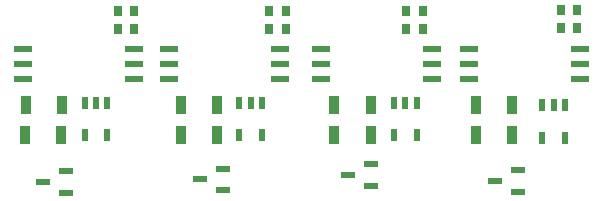
<source format=gbr>
%TF.GenerationSoftware,KiCad,Pcbnew,8.0.8*%
%TF.CreationDate,2025-02-03T20:57:41-05:00*%
%TF.ProjectId,PWM Module,50574d20-4d6f-4647-956c-652e6b696361,rev?*%
%TF.SameCoordinates,Original*%
%TF.FileFunction,Paste,Top*%
%TF.FilePolarity,Positive*%
%FSLAX46Y46*%
G04 Gerber Fmt 4.6, Leading zero omitted, Abs format (unit mm)*
G04 Created by KiCad (PCBNEW 8.0.8) date 2025-02-03 20:57:41*
%MOMM*%
%LPD*%
G01*
G04 APERTURE LIST*
%ADD10R,0.508000X0.977900*%
%ADD11R,1.270000X0.558800*%
%ADD12R,0.855600X1.600000*%
%ADD13R,0.711200X0.939800*%
%ADD14R,1.524000X0.533400*%
G04 APERTURE END LIST*
D10*
%TO.C,U7*%
X159841502Y-36169500D03*
X158891501Y-36169500D03*
X157941500Y-36169500D03*
X157941500Y-38900000D03*
X159841502Y-38900000D03*
%TD*%
D11*
%TO.C,Q2*%
X169640000Y-43594998D03*
X169640000Y-41765000D03*
X167709600Y-42679999D03*
%TD*%
D12*
%TO.C,C4*%
X166084398Y-38900000D03*
X169140000Y-38900000D03*
%TD*%
D13*
%TO.C,R4*%
X173544500Y-29900000D03*
X174941500Y-29900000D03*
%TD*%
D12*
%TO.C,C2*%
X152913699Y-38900000D03*
X155969301Y-38900000D03*
%TD*%
D13*
%TO.C,R1*%
X185140000Y-28400000D03*
X186537000Y-28400000D03*
%TD*%
D11*
%TO.C,Q3*%
X194640000Y-43729998D03*
X194640000Y-41900000D03*
X192709600Y-42814999D03*
%TD*%
D13*
%TO.C,R5*%
X173544500Y-28400000D03*
X174941500Y-28400000D03*
%TD*%
%TO.C,R11*%
X160743000Y-28400000D03*
X162140000Y-28400000D03*
%TD*%
D10*
%TO.C,U5*%
X198590001Y-36400000D03*
X197640000Y-36400000D03*
X196689999Y-36400000D03*
X196689999Y-39130500D03*
X198590001Y-39130500D03*
%TD*%
D12*
%TO.C,C3*%
X166112199Y-36400000D03*
X169167801Y-36400000D03*
%TD*%
%TO.C,C5*%
X179084398Y-36400000D03*
X182140000Y-36400000D03*
%TD*%
%TO.C,C6*%
X179084398Y-38900000D03*
X182140000Y-38900000D03*
%TD*%
D11*
%TO.C,Q4*%
X156371900Y-43814999D03*
X156371900Y-41985001D03*
X154441500Y-42900000D03*
%TD*%
D14*
%TO.C,U2*%
X187339000Y-34170000D03*
X187339000Y-32900000D03*
X187339000Y-31630000D03*
X177941000Y-31630000D03*
X177941000Y-32900000D03*
X177941000Y-34170000D03*
%TD*%
D12*
%TO.C,C1*%
X152941500Y-36400000D03*
X155997102Y-36400000D03*
%TD*%
D14*
%TO.C,U6*%
X199839000Y-34170000D03*
X199839000Y-32900000D03*
X199839000Y-31630000D03*
X190441000Y-31630000D03*
X190441000Y-32900000D03*
X190441000Y-34170000D03*
%TD*%
D12*
%TO.C,C7*%
X191084398Y-36400000D03*
X194140000Y-36400000D03*
%TD*%
D13*
%TO.C,R8*%
X198243000Y-28347800D03*
X199640000Y-28347800D03*
%TD*%
%TO.C,R2*%
X185140000Y-29900000D03*
X186537000Y-29900000D03*
%TD*%
D10*
%TO.C,U3*%
X172941500Y-36169500D03*
X171991499Y-36169500D03*
X171041498Y-36169500D03*
X171041498Y-38900000D03*
X172941500Y-38900000D03*
%TD*%
D11*
%TO.C,Q1*%
X182140000Y-43229998D03*
X182140000Y-41400000D03*
X180209600Y-42314999D03*
%TD*%
D13*
%TO.C,R10*%
X160743000Y-29900000D03*
X162140000Y-29900000D03*
%TD*%
%TO.C,R7*%
X198243000Y-29847800D03*
X199640000Y-29847800D03*
%TD*%
D14*
%TO.C,U8*%
X162140500Y-34170000D03*
X162140500Y-32900000D03*
X162140500Y-31630000D03*
X152742500Y-31630000D03*
X152742500Y-32900000D03*
X152742500Y-34170000D03*
%TD*%
D10*
%TO.C,U1*%
X186040002Y-36169500D03*
X185090001Y-36169500D03*
X184140000Y-36169500D03*
X184140000Y-38900000D03*
X186040002Y-38900000D03*
%TD*%
D14*
%TO.C,U4*%
X174441500Y-34170000D03*
X174441500Y-32900000D03*
X174441500Y-31630000D03*
X165043500Y-31630000D03*
X165043500Y-32900000D03*
X165043500Y-34170000D03*
%TD*%
D12*
%TO.C,C8*%
X191084398Y-38900000D03*
X194140000Y-38900000D03*
%TD*%
M02*

</source>
